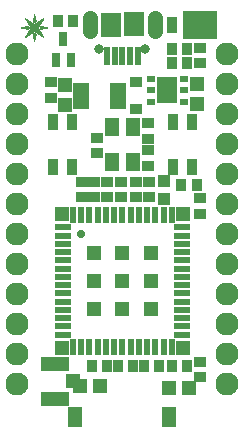
<source format=gts>
G75*
%MOIN*%
%OFA0B0*%
%FSLAX24Y24*%
%IPPOS*%
%LPD*%
%AMOC8*
5,1,8,0,0,1.08239X$1,22.5*
%
%ADD10R,0.0434X0.0356*%
%ADD11R,0.0237X0.0611*%
%ADD12R,0.0671X0.0828*%
%ADD13C,0.0316*%
%ADD14C,0.0513*%
%ADD15R,0.0336X0.0572*%
%ADD16R,0.0395X0.0395*%
%ADD17R,0.0356X0.0434*%
%ADD18C,0.0770*%
%ADD19R,0.1130X0.0980*%
%ADD20R,0.0380X0.0580*%
%ADD21R,0.0552X0.0218*%
%ADD22R,0.0474X0.0474*%
%ADD23R,0.0218X0.0552*%
%ADD24C,0.0277*%
%ADD25R,0.0946X0.0493*%
%ADD26R,0.0493X0.0474*%
%ADD27R,0.0474X0.0671*%
%ADD28R,0.0513X0.0474*%
%ADD29R,0.0513X0.0631*%
%ADD30C,0.0010*%
%ADD31R,0.0277X0.0474*%
%ADD32R,0.0474X0.0513*%
%ADD33R,0.0316X0.0218*%
%ADD34R,0.0710X0.0907*%
%ADD35R,0.0407X0.0328*%
%ADD36R,0.0552X0.0867*%
D10*
X007577Y002087D03*
X007577Y002599D03*
X007581Y007522D03*
X007581Y008034D03*
X005887Y008067D03*
X005427Y008067D03*
X004947Y008067D03*
X004487Y008067D03*
X004057Y008067D03*
X003637Y008067D03*
X003637Y008579D03*
X004057Y008579D03*
X004487Y008579D03*
X004947Y008579D03*
X005427Y008579D03*
X005887Y008579D03*
X005837Y009127D03*
X005837Y009639D03*
X005837Y010027D03*
X005837Y010539D03*
X004147Y010059D03*
X004147Y009547D03*
X002617Y011397D03*
X002617Y011909D03*
X007587Y012537D03*
X007587Y013049D03*
D11*
X005498Y012780D03*
X005243Y012780D03*
X004987Y012780D03*
X004731Y012780D03*
X004475Y012780D03*
D12*
X004593Y013829D03*
X005380Y013833D03*
D13*
X005754Y013006D03*
X004219Y013006D03*
D14*
X003894Y013617D02*
X003894Y014050D01*
X006079Y014050D02*
X006079Y013617D01*
D15*
X006682Y010571D03*
X007292Y010571D03*
X007292Y009095D03*
X006682Y009095D03*
X003292Y009095D03*
X002682Y009095D03*
X002682Y010571D03*
X003292Y010571D03*
D16*
X006380Y008620D03*
X006380Y008030D03*
D17*
X006951Y008483D03*
X007463Y008483D03*
X007153Y012553D03*
X007153Y013023D03*
X006641Y013023D03*
X006641Y012553D03*
X003353Y013943D03*
X002841Y013943D03*
X003961Y002443D03*
X004473Y002443D03*
X004831Y002443D03*
X005343Y002443D03*
X005711Y002453D03*
X006223Y002453D03*
X006641Y002453D03*
X007153Y002453D03*
D18*
X001487Y001833D03*
X001487Y002833D03*
X001487Y003833D03*
X001487Y004833D03*
X001487Y005833D03*
X001487Y006833D03*
X001487Y007833D03*
X001487Y008833D03*
X001487Y009833D03*
X001487Y010833D03*
X001487Y011833D03*
X001487Y012833D03*
X008487Y012833D03*
X008487Y011833D03*
X008487Y010833D03*
X008487Y009833D03*
X008487Y008833D03*
X008487Y007833D03*
X008487Y006833D03*
X008487Y005833D03*
X008487Y004833D03*
X008487Y003833D03*
X008487Y002833D03*
X008487Y001833D03*
D19*
X007577Y013813D03*
D20*
X006652Y013813D03*
D21*
X006975Y007074D03*
X006975Y006799D03*
X006975Y006523D03*
X006975Y006248D03*
X006975Y005972D03*
X006975Y005696D03*
X006975Y005421D03*
X006975Y005145D03*
X006975Y004870D03*
X006975Y004594D03*
X006975Y004319D03*
X006975Y004043D03*
X006975Y003767D03*
X006975Y003492D03*
X002998Y003492D03*
X002998Y003767D03*
X002998Y004043D03*
X002998Y004319D03*
X002998Y004594D03*
X002998Y004870D03*
X002998Y005145D03*
X002998Y005421D03*
X002998Y005696D03*
X002998Y005972D03*
X002998Y006248D03*
X002998Y006523D03*
X002998Y006799D03*
X002998Y007074D03*
D22*
X002959Y007507D03*
X004042Y006228D03*
X004987Y006228D03*
X005932Y006228D03*
X005932Y005283D03*
X004987Y005283D03*
X004042Y005283D03*
X004042Y004338D03*
X004987Y004338D03*
X005932Y004338D03*
X007014Y003059D03*
X002959Y003059D03*
X007014Y007507D03*
D23*
X006640Y007468D03*
X006365Y007468D03*
X006089Y007468D03*
X005813Y007468D03*
X005538Y007468D03*
X005262Y007468D03*
X004987Y007468D03*
X004711Y007468D03*
X004435Y007468D03*
X004160Y007468D03*
X003884Y007468D03*
X003609Y007468D03*
X003333Y007468D03*
X003333Y003098D03*
X003609Y003098D03*
X003884Y003098D03*
X004160Y003098D03*
X004435Y003098D03*
X004711Y003098D03*
X004987Y003098D03*
X005262Y003098D03*
X005538Y003098D03*
X005813Y003098D03*
X006089Y003098D03*
X006365Y003098D03*
X006640Y003098D03*
D24*
X003609Y006858D03*
D25*
X002743Y002524D03*
X002743Y001362D03*
D26*
X003344Y001943D03*
D27*
X003402Y000733D03*
X006551Y000733D03*
D28*
X006552Y001723D03*
X007221Y001723D03*
X004231Y001773D03*
X003562Y001773D03*
D29*
X004632Y009262D03*
X005341Y009262D03*
X005341Y010404D03*
X004632Y010404D03*
D30*
X002047Y013283D02*
X002097Y013523D01*
X002047Y013553D01*
X001997Y013523D01*
X002047Y013283D01*
X002046Y013287D02*
X002048Y013287D01*
X002044Y013296D02*
X002049Y013296D01*
X002051Y013304D02*
X002042Y013304D01*
X002040Y013313D02*
X002053Y013313D01*
X002055Y013321D02*
X002039Y013321D01*
X002037Y013330D02*
X002056Y013330D01*
X002058Y013338D02*
X002035Y013338D01*
X002033Y013347D02*
X002060Y013347D01*
X002062Y013355D02*
X002032Y013355D01*
X002030Y013364D02*
X002064Y013364D01*
X002065Y013372D02*
X002028Y013372D01*
X002026Y013381D02*
X002067Y013381D01*
X002069Y013389D02*
X002025Y013389D01*
X002023Y013398D02*
X002071Y013398D01*
X002072Y013406D02*
X002021Y013406D01*
X002019Y013415D02*
X002074Y013415D01*
X002076Y013423D02*
X002017Y013423D01*
X002016Y013432D02*
X002078Y013432D01*
X002079Y013440D02*
X002014Y013440D01*
X002012Y013449D02*
X002081Y013449D01*
X002083Y013457D02*
X002010Y013457D01*
X002009Y013466D02*
X002085Y013466D01*
X002087Y013474D02*
X002007Y013474D01*
X002005Y013483D02*
X002088Y013483D01*
X002090Y013491D02*
X002003Y013491D01*
X002001Y013500D02*
X002092Y013500D01*
X002094Y013508D02*
X002000Y013508D01*
X001998Y013517D02*
X002095Y013517D01*
X002093Y013525D02*
X002001Y013525D01*
X002015Y013534D02*
X002079Y013534D01*
X002064Y013542D02*
X002029Y013542D01*
X002043Y013551D02*
X002050Y013551D01*
X002079Y013593D02*
X002247Y013593D01*
X002252Y013585D02*
X002093Y013585D01*
X002106Y013576D02*
X002258Y013576D01*
X002263Y013568D02*
X002120Y013568D01*
X002134Y013559D02*
X002269Y013559D01*
X002274Y013551D02*
X002148Y013551D01*
X002162Y013542D02*
X002280Y013542D01*
X002285Y013534D02*
X002176Y013534D01*
X002190Y013525D02*
X002291Y013525D01*
X002296Y013517D02*
X002203Y013517D01*
X002217Y013508D02*
X002302Y013508D01*
X002307Y013500D02*
X002231Y013500D01*
X002245Y013491D02*
X002313Y013491D01*
X002318Y013483D02*
X002259Y013483D01*
X002273Y013474D02*
X002324Y013474D01*
X002329Y013466D02*
X002287Y013466D01*
X002301Y013457D02*
X002334Y013457D01*
X002340Y013449D02*
X002314Y013449D01*
X002328Y013440D02*
X002345Y013440D01*
X002342Y013432D02*
X002351Y013432D01*
X002356Y013423D02*
X002356Y013423D01*
X002357Y013423D02*
X002157Y013733D01*
X002357Y014033D01*
X002047Y013843D01*
X001747Y014033D01*
X001937Y013733D01*
X001737Y013413D01*
X002047Y013613D01*
X002357Y013423D01*
X002241Y013602D02*
X002065Y013602D01*
X002051Y013610D02*
X002236Y013610D01*
X002230Y013619D02*
X001865Y013619D01*
X001860Y013610D02*
X002043Y013610D01*
X002029Y013602D02*
X001855Y013602D01*
X001849Y013593D02*
X002016Y013593D01*
X002003Y013585D02*
X001844Y013585D01*
X001839Y013576D02*
X001990Y013576D01*
X001977Y013568D02*
X001833Y013568D01*
X001828Y013559D02*
X001964Y013559D01*
X001950Y013551D02*
X001823Y013551D01*
X001818Y013542D02*
X001937Y013542D01*
X001924Y013534D02*
X001812Y013534D01*
X001807Y013525D02*
X001911Y013525D01*
X001898Y013517D02*
X001802Y013517D01*
X001796Y013508D02*
X001885Y013508D01*
X001871Y013500D02*
X001791Y013500D01*
X001786Y013491D02*
X001858Y013491D01*
X001845Y013483D02*
X001780Y013483D01*
X001775Y013474D02*
X001832Y013474D01*
X001819Y013466D02*
X001770Y013466D01*
X001764Y013457D02*
X001805Y013457D01*
X001792Y013449D02*
X001759Y013449D01*
X001754Y013440D02*
X001779Y013440D01*
X001766Y013432D02*
X001748Y013432D01*
X001743Y013423D02*
X001753Y013423D01*
X001740Y013415D02*
X001738Y013415D01*
X001871Y013627D02*
X002225Y013627D01*
X002219Y013636D02*
X001876Y013636D01*
X001881Y013644D02*
X002214Y013644D01*
X002208Y013653D02*
X001887Y013653D01*
X001892Y013661D02*
X002203Y013661D01*
X002197Y013670D02*
X001897Y013670D01*
X001903Y013678D02*
X002192Y013678D01*
X002186Y013687D02*
X001908Y013687D01*
X001913Y013695D02*
X002181Y013695D01*
X002175Y013704D02*
X001918Y013704D01*
X001924Y013712D02*
X002170Y013712D01*
X002164Y013721D02*
X001929Y013721D01*
X001934Y013729D02*
X002159Y013729D01*
X002160Y013738D02*
X001934Y013738D01*
X001928Y013746D02*
X002166Y013746D01*
X002171Y013755D02*
X001923Y013755D01*
X001917Y013763D02*
X002177Y013763D01*
X002183Y013772D02*
X001912Y013772D01*
X001907Y013780D02*
X002188Y013780D01*
X002194Y013789D02*
X001901Y013789D01*
X001896Y013797D02*
X002200Y013797D01*
X002205Y013806D02*
X001891Y013806D01*
X001885Y013814D02*
X002211Y013814D01*
X002217Y013823D02*
X001880Y013823D01*
X001874Y013831D02*
X002222Y013831D01*
X002228Y013840D02*
X001869Y013840D01*
X001864Y013848D02*
X002038Y013848D01*
X002025Y013857D02*
X001858Y013857D01*
X001853Y013865D02*
X002011Y013865D01*
X001998Y013874D02*
X001847Y013874D01*
X001842Y013882D02*
X001984Y013882D01*
X001971Y013891D02*
X001837Y013891D01*
X001831Y013899D02*
X001958Y013899D01*
X001944Y013908D02*
X001826Y013908D01*
X001821Y013916D02*
X001931Y013916D01*
X001917Y013925D02*
X001815Y013925D01*
X001810Y013933D02*
X001904Y013933D01*
X001891Y013942D02*
X001804Y013942D01*
X001799Y013950D02*
X001877Y013950D01*
X001864Y013959D02*
X001794Y013959D01*
X001788Y013967D02*
X001850Y013967D01*
X001837Y013976D02*
X001783Y013976D01*
X001777Y013984D02*
X001823Y013984D01*
X001810Y013993D02*
X001772Y013993D01*
X001767Y014001D02*
X001797Y014001D01*
X001783Y014010D02*
X001761Y014010D01*
X001756Y014018D02*
X001770Y014018D01*
X001756Y014027D02*
X001751Y014027D01*
X002006Y013976D02*
X002088Y013976D01*
X002090Y013967D02*
X002004Y013967D01*
X002002Y013959D02*
X002091Y013959D01*
X002093Y013950D02*
X002000Y013950D01*
X001999Y013942D02*
X002095Y013942D01*
X002097Y013933D02*
X001997Y013933D01*
X002047Y013903D01*
X002097Y013933D01*
X002047Y014173D01*
X001997Y013933D01*
X002010Y013925D02*
X002083Y013925D01*
X002069Y013916D02*
X002024Y013916D01*
X002039Y013908D02*
X002055Y013908D01*
X002083Y013865D02*
X002245Y013865D01*
X002239Y013857D02*
X002069Y013857D01*
X002055Y013848D02*
X002234Y013848D01*
X002251Y013874D02*
X002097Y013874D01*
X002111Y013882D02*
X002256Y013882D01*
X002262Y013891D02*
X002125Y013891D01*
X002139Y013899D02*
X002268Y013899D01*
X002273Y013908D02*
X002153Y013908D01*
X002166Y013916D02*
X002279Y013916D01*
X002285Y013925D02*
X002180Y013925D01*
X002194Y013933D02*
X002290Y013933D01*
X002296Y013942D02*
X002208Y013942D01*
X002222Y013950D02*
X002302Y013950D01*
X002307Y013959D02*
X002236Y013959D01*
X002250Y013967D02*
X002313Y013967D01*
X002319Y013976D02*
X002263Y013976D01*
X002277Y013984D02*
X002324Y013984D01*
X002330Y013993D02*
X002291Y013993D01*
X002305Y014001D02*
X002336Y014001D01*
X002341Y014010D02*
X002319Y014010D01*
X002333Y014018D02*
X002347Y014018D01*
X002347Y014027D02*
X002353Y014027D01*
X002308Y013772D02*
X002250Y013772D01*
X002255Y013780D02*
X002269Y013780D01*
X002257Y013783D02*
X002227Y013733D01*
X002257Y013683D01*
X002487Y013733D01*
X002257Y013783D01*
X002245Y013763D02*
X002347Y013763D01*
X002386Y013755D02*
X002240Y013755D01*
X002235Y013746D02*
X002425Y013746D01*
X002431Y013721D02*
X002234Y013721D01*
X002229Y013729D02*
X002470Y013729D01*
X002464Y013738D02*
X002230Y013738D01*
X002239Y013712D02*
X002392Y013712D01*
X002353Y013704D02*
X002244Y013704D01*
X002249Y013695D02*
X002314Y013695D01*
X002275Y013687D02*
X002254Y013687D01*
X002086Y013984D02*
X002007Y013984D01*
X002009Y013993D02*
X002084Y013993D01*
X002082Y014001D02*
X002011Y014001D01*
X002013Y014010D02*
X002081Y014010D01*
X002079Y014018D02*
X002014Y014018D01*
X002016Y014027D02*
X002077Y014027D01*
X002075Y014035D02*
X002018Y014035D01*
X002020Y014044D02*
X002074Y014044D01*
X002072Y014052D02*
X002022Y014052D01*
X002023Y014061D02*
X002070Y014061D01*
X002068Y014069D02*
X002025Y014069D01*
X002027Y014078D02*
X002066Y014078D01*
X002065Y014086D02*
X002029Y014086D01*
X002030Y014095D02*
X002063Y014095D01*
X002061Y014103D02*
X002032Y014103D01*
X002034Y014112D02*
X002059Y014112D01*
X002058Y014120D02*
X002036Y014120D01*
X002037Y014129D02*
X002056Y014129D01*
X002054Y014137D02*
X002039Y014137D01*
X002041Y014146D02*
X002052Y014146D01*
X002051Y014154D02*
X002043Y014154D01*
X002045Y014163D02*
X002049Y014163D01*
X002046Y014171D02*
X002047Y014171D01*
X001837Y013783D02*
X001607Y013733D01*
X001837Y013683D01*
X001877Y013733D01*
X001837Y013783D01*
X001839Y013780D02*
X001825Y013780D01*
X001846Y013772D02*
X001786Y013772D01*
X001746Y013763D02*
X001852Y013763D01*
X001859Y013755D02*
X001707Y013755D01*
X001668Y013746D02*
X001866Y013746D01*
X001873Y013738D02*
X001629Y013738D01*
X001623Y013729D02*
X001874Y013729D01*
X001867Y013721D02*
X001662Y013721D01*
X001701Y013712D02*
X001860Y013712D01*
X001853Y013704D02*
X001741Y013704D01*
X001780Y013695D02*
X001847Y013695D01*
X001840Y013687D02*
X001819Y013687D01*
D31*
X003017Y013357D03*
X003273Y012649D03*
X002761Y012649D03*
D32*
X003077Y011828D03*
X003077Y011158D03*
X007487Y011188D03*
X007487Y011858D03*
D33*
X007028Y012007D03*
X007028Y011633D03*
X007028Y011259D03*
X005925Y011259D03*
X005925Y011633D03*
X005925Y012007D03*
D34*
X006477Y011633D03*
D35*
X005457Y011906D03*
X005457Y011000D03*
D36*
X004857Y011443D03*
X003597Y011443D03*
M02*

</source>
